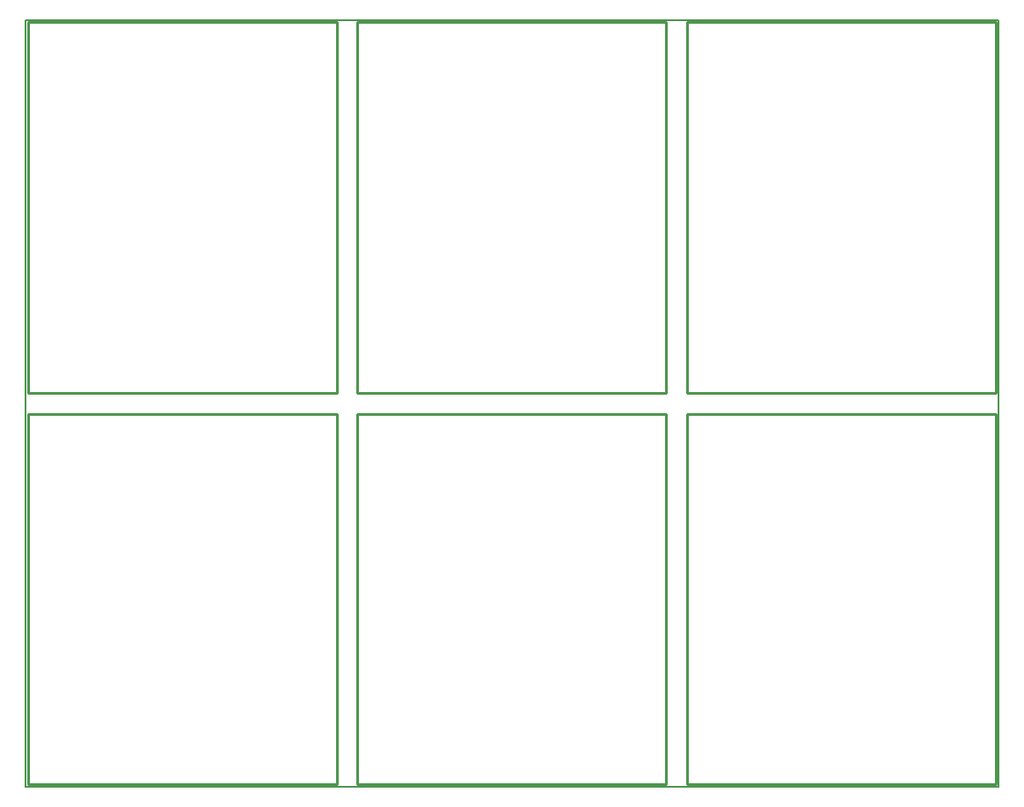
<source format=gko>
G04*
G04 #@! TF.GenerationSoftware,Altium Limited,Altium Designer,22.7.1 (60)*
G04*
G04 Layer_Color=16711935*
%FSTAX24Y24*%
%MOIN*%
G70*
G04*
G04 #@! TF.SameCoordinates,6CD0EBB0-E617-4DF7-9ACC-651BA77C9F88*
G04*
G04*
G04 #@! TF.FilePolarity,Positive*
G04*
G01*
G75*
%ADD33C,0.0060*%
%ADD57C,0.0100*%
D33*
X01Y00999D02*
Y03908D01*
X04689D01*
Y00999D02*
Y03908D01*
X01Y00999D02*
X04689D01*
D57*
X035073Y010097D02*
Y024147D01*
X046773Y010097D02*
X035073D01*
X046773Y024147D02*
X035073D01*
X046773Y010097D02*
Y024147D01*
X035073Y024935D02*
Y038985D01*
X046773Y024935D02*
X035073D01*
X046773Y038985D02*
X035073D01*
X046773Y024935D02*
Y038985D01*
X022586Y010097D02*
Y024147D01*
X034286Y010097D02*
X022586D01*
X034286Y024147D02*
X022586D01*
X034286Y010097D02*
Y024147D01*
X022586Y024935D02*
Y038985D01*
X034286Y024935D02*
X022586D01*
X034286Y038985D02*
X022586D01*
X034286Y024935D02*
Y038985D01*
X010098Y010097D02*
Y024147D01*
X021798Y010097D02*
X010098D01*
X021798Y024147D02*
X010098D01*
X021798Y010097D02*
Y024147D01*
X010098Y024935D02*
Y038985D01*
X021798Y024935D02*
X010098D01*
X021798Y038985D02*
X010098D01*
X021798Y024935D02*
Y038985D01*
M02*

</source>
